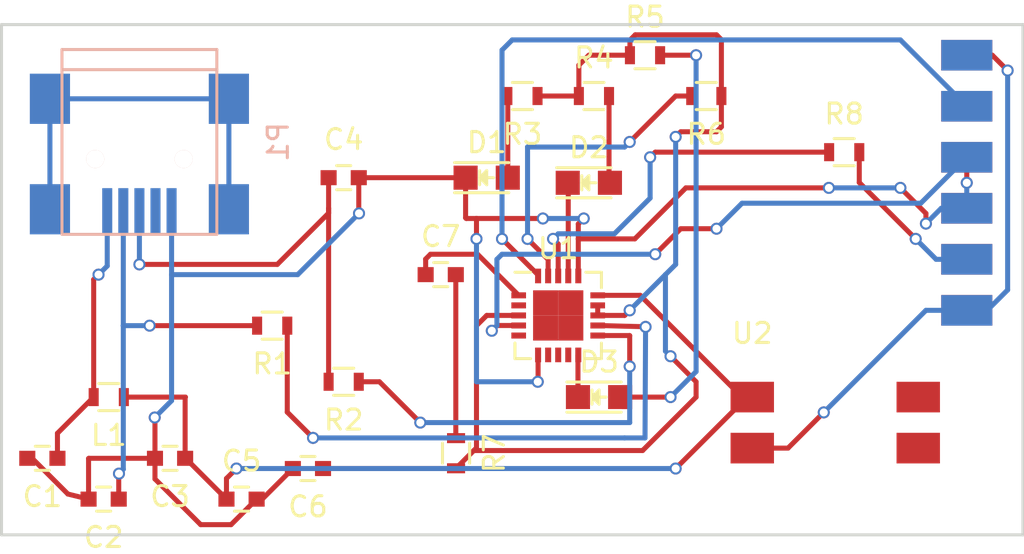
<source format=kicad_pcb>
(kicad_pcb (version 4) (host pcbnew 4.0.0-rc1-stable)

  (general
    (links 48)
    (no_connects 0)
    (area 110.3937 73.72757 164.551 102.697)
    (thickness 1.6)
    (drawings 4)
    (tracks 229)
    (zones 0)
    (modules 23)
    (nets 34)
  )

  (page A4)
  (layers
    (0 F.Cu signal)
    (31 B.Cu signal)
    (32 B.Adhes user)
    (33 F.Adhes user)
    (34 B.Paste user)
    (35 F.Paste user)
    (36 B.SilkS user)
    (37 F.SilkS user)
    (38 B.Mask user)
    (39 F.Mask user)
    (40 Dwgs.User user)
    (41 Cmts.User user)
    (42 Eco1.User user)
    (43 Eco2.User user)
    (44 Edge.Cuts user)
    (45 Margin user)
    (46 B.CrtYd user)
    (47 F.CrtYd user)
    (48 B.Fab user)
    (49 F.Fab user)
  )

  (setup
    (last_trace_width 0.25)
    (trace_clearance 0.2)
    (zone_clearance 0.508)
    (zone_45_only no)
    (trace_min 0.2)
    (segment_width 0.2)
    (edge_width 0.15)
    (via_size 0.6)
    (via_drill 0.4)
    (via_min_size 0.4)
    (via_min_drill 0.3)
    (uvia_size 0.3)
    (uvia_drill 0.1)
    (uvias_allowed no)
    (uvia_min_size 0.2)
    (uvia_min_drill 0.1)
    (pcb_text_width 0.3)
    (pcb_text_size 1.5 1.5)
    (mod_edge_width 0.15)
    (mod_text_size 1 1)
    (mod_text_width 0.15)
    (pad_size 1.524 1.524)
    (pad_drill 0.762)
    (pad_to_mask_clearance 0.2)
    (aux_axis_origin 0 0)
    (visible_elements 7FFCFF7F)
    (pcbplotparams
      (layerselection 0x00030_80000001)
      (usegerberextensions false)
      (excludeedgelayer true)
      (linewidth 0.100000)
      (plotframeref false)
      (viasonmask false)
      (mode 1)
      (useauxorigin false)
      (hpglpennumber 1)
      (hpglpenspeed 20)
      (hpglpendiameter 15)
      (hpglpenoverlay 2)
      (psnegative false)
      (psa4output false)
      (plotreference true)
      (plotvalue true)
      (plotinvisibletext false)
      (padsonsilk false)
      (subtractmaskfromsilk false)
      (outputformat 1)
      (mirror false)
      (drillshape 1)
      (scaleselection 1)
      (outputdirectory ""))
  )

  (net 0 "")
  (net 1 "Net-(C1-Pad1)")
  (net 2 GND)
  (net 3 "Net-(C2-Pad1)")
  (net 4 +5V)
  (net 5 "Net-(C4-Pad1)")
  (net 6 +3V3)
  (net 7 "Net-(C7-Pad1)")
  (net 8 /PROGRAM)
  (net 9 "Net-(D1-Pad2)")
  (net 10 "Net-(D2-Pad2)")
  (net 11 /~RXLED)
  (net 12 "Net-(D3-Pad2)")
  (net 13 /~TXLED)
  (net 14 /POWER_OUT)
  (net 15 "Net-(J1-Pad3)")
  (net 16 "Net-(J1-Pad7)")
  (net 17 "Net-(J1-Pad9)")
  (net 18 "Net-(J1-Pad11)")
  (net 19 "Net-(J1-Pad2)")
  (net 20 /TX)
  (net 21 /RX)
  (net 22 "Net-(J1-Pad10)")
  (net 23 "Net-(P1-Pad4)")
  (net 24 "Net-(P1-Pad6)")
  (net 25 "Net-(R1-Pad1)")
  (net 26 "Net-(R2-Pad1)")
  (net 27 /~SLEEP)
  (net 28 /TXDEN)
  (net 29 "Net-(U1-Pad2)")
  (net 30 "Net-(U1-Pad5)")
  (net 31 "Net-(U1-Pad7)")
  (net 32 "Net-(U1-Pad8)")
  (net 33 "Net-(U1-Pad9)")

  (net_class Default "This is the default net class."
    (clearance 0.2)
    (trace_width 0.25)
    (via_dia 0.6)
    (via_drill 0.4)
    (uvia_dia 0.3)
    (uvia_drill 0.1)
    (add_net +3V3)
    (add_net +5V)
    (add_net /POWER_OUT)
    (add_net /PROGRAM)
    (add_net /RX)
    (add_net /TX)
    (add_net /TXDEN)
    (add_net /~RXLED)
    (add_net /~SLEEP)
    (add_net /~TXLED)
    (add_net GND)
    (add_net "Net-(C1-Pad1)")
    (add_net "Net-(C2-Pad1)")
    (add_net "Net-(C4-Pad1)")
    (add_net "Net-(C7-Pad1)")
    (add_net "Net-(D1-Pad2)")
    (add_net "Net-(D2-Pad2)")
    (add_net "Net-(D3-Pad2)")
    (add_net "Net-(J1-Pad10)")
    (add_net "Net-(J1-Pad11)")
    (add_net "Net-(J1-Pad2)")
    (add_net "Net-(J1-Pad3)")
    (add_net "Net-(J1-Pad7)")
    (add_net "Net-(J1-Pad9)")
    (add_net "Net-(P1-Pad4)")
    (add_net "Net-(P1-Pad6)")
    (add_net "Net-(R1-Pad1)")
    (add_net "Net-(R2-Pad1)")
    (add_net "Net-(U1-Pad2)")
    (add_net "Net-(U1-Pad5)")
    (add_net "Net-(U1-Pad7)")
    (add_net "Net-(U1-Pad8)")
    (add_net "Net-(U1-Pad9)")
  )

  (module Capacitors_SMD:C_0603 (layer F.Cu) (tedit 5415D631) (tstamp 562BE4B7)
    (at 113.792 97.79 180)
    (descr "Capacitor SMD 0603, reflow soldering, AVX (see smccp.pdf)")
    (tags "capacitor 0603")
    (path /5622A96F)
    (attr smd)
    (fp_text reference C1 (at 0 -1.9 180) (layer F.SilkS)
      (effects (font (size 1 1) (thickness 0.15)))
    )
    (fp_text value 10nF (at 0 1.9 180) (layer F.Fab)
      (effects (font (size 1 1) (thickness 0.15)))
    )
    (fp_line (start -1.45 -0.75) (end 1.45 -0.75) (layer F.CrtYd) (width 0.05))
    (fp_line (start -1.45 0.75) (end 1.45 0.75) (layer F.CrtYd) (width 0.05))
    (fp_line (start -1.45 -0.75) (end -1.45 0.75) (layer F.CrtYd) (width 0.05))
    (fp_line (start 1.45 -0.75) (end 1.45 0.75) (layer F.CrtYd) (width 0.05))
    (fp_line (start -0.35 -0.6) (end 0.35 -0.6) (layer F.SilkS) (width 0.15))
    (fp_line (start 0.35 0.6) (end -0.35 0.6) (layer F.SilkS) (width 0.15))
    (pad 1 smd rect (at -0.75 0 180) (size 0.8 0.75) (layers F.Cu F.Paste F.Mask)
      (net 1 "Net-(C1-Pad1)"))
    (pad 2 smd rect (at 0.75 0 180) (size 0.8 0.75) (layers F.Cu F.Paste F.Mask)
      (net 2 GND))
    (model Capacitors_SMD.3dshapes/C_0603.wrl
      (at (xyz 0 0 0))
      (scale (xyz 1 1 1))
      (rotate (xyz 0 0 0))
    )
  )

  (module Capacitors_SMD:C_0603 (layer F.Cu) (tedit 5415D631) (tstamp 562BE4C3)
    (at 116.84 99.822 180)
    (descr "Capacitor SMD 0603, reflow soldering, AVX (see smccp.pdf)")
    (tags "capacitor 0603")
    (path /5622A900)
    (attr smd)
    (fp_text reference C2 (at 0 -1.9 180) (layer F.SilkS)
      (effects (font (size 1 1) (thickness 0.15)))
    )
    (fp_text value 47pF (at 0 1.9 180) (layer F.Fab)
      (effects (font (size 1 1) (thickness 0.15)))
    )
    (fp_line (start -1.45 -0.75) (end 1.45 -0.75) (layer F.CrtYd) (width 0.05))
    (fp_line (start -1.45 0.75) (end 1.45 0.75) (layer F.CrtYd) (width 0.05))
    (fp_line (start -1.45 -0.75) (end -1.45 0.75) (layer F.CrtYd) (width 0.05))
    (fp_line (start 1.45 -0.75) (end 1.45 0.75) (layer F.CrtYd) (width 0.05))
    (fp_line (start -0.35 -0.6) (end 0.35 -0.6) (layer F.SilkS) (width 0.15))
    (fp_line (start 0.35 0.6) (end -0.35 0.6) (layer F.SilkS) (width 0.15))
    (pad 1 smd rect (at -0.75 0 180) (size 0.8 0.75) (layers F.Cu F.Paste F.Mask)
      (net 3 "Net-(C2-Pad1)"))
    (pad 2 smd rect (at 0.75 0 180) (size 0.8 0.75) (layers F.Cu F.Paste F.Mask)
      (net 2 GND))
    (model Capacitors_SMD.3dshapes/C_0603.wrl
      (at (xyz 0 0 0))
      (scale (xyz 1 1 1))
      (rotate (xyz 0 0 0))
    )
  )

  (module Capacitors_SMD:C_0603 (layer F.Cu) (tedit 5415D631) (tstamp 562BE4CF)
    (at 120.142 97.79 180)
    (descr "Capacitor SMD 0603, reflow soldering, AVX (see smccp.pdf)")
    (tags "capacitor 0603")
    (path /5622A9AE)
    (attr smd)
    (fp_text reference C3 (at 0 -1.9 180) (layer F.SilkS)
      (effects (font (size 1 1) (thickness 0.15)))
    )
    (fp_text value 4.7uF (at 0 1.9 180) (layer F.Fab)
      (effects (font (size 1 1) (thickness 0.15)))
    )
    (fp_line (start -1.45 -0.75) (end 1.45 -0.75) (layer F.CrtYd) (width 0.05))
    (fp_line (start -1.45 0.75) (end 1.45 0.75) (layer F.CrtYd) (width 0.05))
    (fp_line (start -1.45 -0.75) (end -1.45 0.75) (layer F.CrtYd) (width 0.05))
    (fp_line (start 1.45 -0.75) (end 1.45 0.75) (layer F.CrtYd) (width 0.05))
    (fp_line (start -0.35 -0.6) (end 0.35 -0.6) (layer F.SilkS) (width 0.15))
    (fp_line (start 0.35 0.6) (end -0.35 0.6) (layer F.SilkS) (width 0.15))
    (pad 1 smd rect (at -0.75 0 180) (size 0.8 0.75) (layers F.Cu F.Paste F.Mask)
      (net 4 +5V))
    (pad 2 smd rect (at 0.75 0 180) (size 0.8 0.75) (layers F.Cu F.Paste F.Mask)
      (net 2 GND))
    (model Capacitors_SMD.3dshapes/C_0603.wrl
      (at (xyz 0 0 0))
      (scale (xyz 1 1 1))
      (rotate (xyz 0 0 0))
    )
  )

  (module Capacitors_SMD:C_0603 (layer F.Cu) (tedit 5415D631) (tstamp 562BE4DB)
    (at 128.778 83.82)
    (descr "Capacitor SMD 0603, reflow soldering, AVX (see smccp.pdf)")
    (tags "capacitor 0603")
    (path /5622A8B7)
    (attr smd)
    (fp_text reference C4 (at 0 -1.9) (layer F.SilkS)
      (effects (font (size 1 1) (thickness 0.15)))
    )
    (fp_text value 47pF (at 0 1.9) (layer F.Fab)
      (effects (font (size 1 1) (thickness 0.15)))
    )
    (fp_line (start -1.45 -0.75) (end 1.45 -0.75) (layer F.CrtYd) (width 0.05))
    (fp_line (start -1.45 0.75) (end 1.45 0.75) (layer F.CrtYd) (width 0.05))
    (fp_line (start -1.45 -0.75) (end -1.45 0.75) (layer F.CrtYd) (width 0.05))
    (fp_line (start 1.45 -0.75) (end 1.45 0.75) (layer F.CrtYd) (width 0.05))
    (fp_line (start -0.35 -0.6) (end 0.35 -0.6) (layer F.SilkS) (width 0.15))
    (fp_line (start 0.35 0.6) (end -0.35 0.6) (layer F.SilkS) (width 0.15))
    (pad 1 smd rect (at -0.75 0) (size 0.8 0.75) (layers F.Cu F.Paste F.Mask)
      (net 5 "Net-(C4-Pad1)"))
    (pad 2 smd rect (at 0.75 0) (size 0.8 0.75) (layers F.Cu F.Paste F.Mask)
      (net 2 GND))
    (model Capacitors_SMD.3dshapes/C_0603.wrl
      (at (xyz 0 0 0))
      (scale (xyz 1 1 1))
      (rotate (xyz 0 0 0))
    )
  )

  (module Capacitors_SMD:C_0603 (layer F.Cu) (tedit 5415D631) (tstamp 562BE4E7)
    (at 123.698 99.822)
    (descr "Capacitor SMD 0603, reflow soldering, AVX (see smccp.pdf)")
    (tags "capacitor 0603")
    (path /5622A923)
    (attr smd)
    (fp_text reference C5 (at 0 -1.9) (layer F.SilkS)
      (effects (font (size 1 1) (thickness 0.15)))
    )
    (fp_text value 0.1uF (at 0 1.9) (layer F.Fab)
      (effects (font (size 1 1) (thickness 0.15)))
    )
    (fp_line (start -1.45 -0.75) (end 1.45 -0.75) (layer F.CrtYd) (width 0.05))
    (fp_line (start -1.45 0.75) (end 1.45 0.75) (layer F.CrtYd) (width 0.05))
    (fp_line (start -1.45 -0.75) (end -1.45 0.75) (layer F.CrtYd) (width 0.05))
    (fp_line (start 1.45 -0.75) (end 1.45 0.75) (layer F.CrtYd) (width 0.05))
    (fp_line (start -0.35 -0.6) (end 0.35 -0.6) (layer F.SilkS) (width 0.15))
    (fp_line (start 0.35 0.6) (end -0.35 0.6) (layer F.SilkS) (width 0.15))
    (pad 1 smd rect (at -0.75 0) (size 0.8 0.75) (layers F.Cu F.Paste F.Mask)
      (net 4 +5V))
    (pad 2 smd rect (at 0.75 0) (size 0.8 0.75) (layers F.Cu F.Paste F.Mask)
      (net 2 GND))
    (model Capacitors_SMD.3dshapes/C_0603.wrl
      (at (xyz 0 0 0))
      (scale (xyz 1 1 1))
      (rotate (xyz 0 0 0))
    )
  )

  (module Capacitors_SMD:C_0603 (layer F.Cu) (tedit 5415D631) (tstamp 562BE4F3)
    (at 127 98.298 180)
    (descr "Capacitor SMD 0603, reflow soldering, AVX (see smccp.pdf)")
    (tags "capacitor 0603")
    (path /5622A948)
    (attr smd)
    (fp_text reference C6 (at 0 -1.9 180) (layer F.SilkS)
      (effects (font (size 1 1) (thickness 0.15)))
    )
    (fp_text value 0.1uF (at 0 1.9 180) (layer F.Fab)
      (effects (font (size 1 1) (thickness 0.15)))
    )
    (fp_line (start -1.45 -0.75) (end 1.45 -0.75) (layer F.CrtYd) (width 0.05))
    (fp_line (start -1.45 0.75) (end 1.45 0.75) (layer F.CrtYd) (width 0.05))
    (fp_line (start -1.45 -0.75) (end -1.45 0.75) (layer F.CrtYd) (width 0.05))
    (fp_line (start 1.45 -0.75) (end 1.45 0.75) (layer F.CrtYd) (width 0.05))
    (fp_line (start -0.35 -0.6) (end 0.35 -0.6) (layer F.SilkS) (width 0.15))
    (fp_line (start 0.35 0.6) (end -0.35 0.6) (layer F.SilkS) (width 0.15))
    (pad 1 smd rect (at -0.75 0 180) (size 0.8 0.75) (layers F.Cu F.Paste F.Mask)
      (net 6 +3V3))
    (pad 2 smd rect (at 0.75 0 180) (size 0.8 0.75) (layers F.Cu F.Paste F.Mask)
      (net 2 GND))
    (model Capacitors_SMD.3dshapes/C_0603.wrl
      (at (xyz 0 0 0))
      (scale (xyz 1 1 1))
      (rotate (xyz 0 0 0))
    )
  )

  (module Capacitors_SMD:C_0603 (layer F.Cu) (tedit 5415D631) (tstamp 562BE4FF)
    (at 133.604 88.646)
    (descr "Capacitor SMD 0603, reflow soldering, AVX (see smccp.pdf)")
    (tags "capacitor 0603")
    (path /5622A9EB)
    (attr smd)
    (fp_text reference C7 (at 0 -1.9) (layer F.SilkS)
      (effects (font (size 1 1) (thickness 0.15)))
    )
    (fp_text value 0.1uF (at 0 1.9) (layer F.Fab)
      (effects (font (size 1 1) (thickness 0.15)))
    )
    (fp_line (start -1.45 -0.75) (end 1.45 -0.75) (layer F.CrtYd) (width 0.05))
    (fp_line (start -1.45 0.75) (end 1.45 0.75) (layer F.CrtYd) (width 0.05))
    (fp_line (start -1.45 -0.75) (end -1.45 0.75) (layer F.CrtYd) (width 0.05))
    (fp_line (start 1.45 -0.75) (end 1.45 0.75) (layer F.CrtYd) (width 0.05))
    (fp_line (start -0.35 -0.6) (end 0.35 -0.6) (layer F.SilkS) (width 0.15))
    (fp_line (start 0.35 0.6) (end -0.35 0.6) (layer F.SilkS) (width 0.15))
    (pad 1 smd rect (at -0.75 0) (size 0.8 0.75) (layers F.Cu F.Paste F.Mask)
      (net 7 "Net-(C7-Pad1)"))
    (pad 2 smd rect (at 0.75 0) (size 0.8 0.75) (layers F.Cu F.Paste F.Mask)
      (net 8 /PROGRAM))
    (model Capacitors_SMD.3dshapes/C_0603.wrl
      (at (xyz 0 0 0))
      (scale (xyz 1 1 1))
      (rotate (xyz 0 0 0))
    )
  )

  (module LEDs:LED-0805 (layer F.Cu) (tedit 55BDE1C2) (tstamp 562BE512)
    (at 135.89 83.82)
    (descr "LED 0805 smd package")
    (tags "LED 0805 SMD")
    (path /5622AF98)
    (attr smd)
    (fp_text reference D1 (at 0 -1.75) (layer F.SilkS)
      (effects (font (size 1 1) (thickness 0.15)))
    )
    (fp_text value POW (at 0 1.75) (layer F.Fab)
      (effects (font (size 1 1) (thickness 0.15)))
    )
    (fp_line (start -1.6 0.75) (end 1.1 0.75) (layer F.SilkS) (width 0.15))
    (fp_line (start -1.6 -0.75) (end 1.1 -0.75) (layer F.SilkS) (width 0.15))
    (fp_line (start -0.1 0.15) (end -0.1 -0.1) (layer F.SilkS) (width 0.15))
    (fp_line (start -0.1 -0.1) (end -0.25 0.05) (layer F.SilkS) (width 0.15))
    (fp_line (start -0.35 -0.35) (end -0.35 0.35) (layer F.SilkS) (width 0.15))
    (fp_line (start 0 0) (end 0.35 0) (layer F.SilkS) (width 0.15))
    (fp_line (start -0.35 0) (end 0 -0.35) (layer F.SilkS) (width 0.15))
    (fp_line (start 0 -0.35) (end 0 0.35) (layer F.SilkS) (width 0.15))
    (fp_line (start 0 0.35) (end -0.35 0) (layer F.SilkS) (width 0.15))
    (fp_line (start 1.9 -0.95) (end 1.9 0.95) (layer F.CrtYd) (width 0.05))
    (fp_line (start 1.9 0.95) (end -1.9 0.95) (layer F.CrtYd) (width 0.05))
    (fp_line (start -1.9 0.95) (end -1.9 -0.95) (layer F.CrtYd) (width 0.05))
    (fp_line (start -1.9 -0.95) (end 1.9 -0.95) (layer F.CrtYd) (width 0.05))
    (pad 2 smd rect (at 1.04902 0 180) (size 1.19888 1.19888) (layers F.Cu F.Paste F.Mask)
      (net 9 "Net-(D1-Pad2)"))
    (pad 1 smd rect (at -1.04902 0 180) (size 1.19888 1.19888) (layers F.Cu F.Paste F.Mask)
      (net 2 GND))
    (model LEDs.3dshapes/LED-0805.wrl
      (at (xyz 0 0 0))
      (scale (xyz 1 1 1))
      (rotate (xyz 0 0 0))
    )
  )

  (module LEDs:LED-0805 (layer F.Cu) (tedit 55BDE1C2) (tstamp 562BE525)
    (at 140.97 84.074)
    (descr "LED 0805 smd package")
    (tags "LED 0805 SMD")
    (path /5622AFEB)
    (attr smd)
    (fp_text reference D2 (at 0 -1.75) (layer F.SilkS)
      (effects (font (size 1 1) (thickness 0.15)))
    )
    (fp_text value RX (at 0 1.75) (layer F.Fab)
      (effects (font (size 1 1) (thickness 0.15)))
    )
    (fp_line (start -1.6 0.75) (end 1.1 0.75) (layer F.SilkS) (width 0.15))
    (fp_line (start -1.6 -0.75) (end 1.1 -0.75) (layer F.SilkS) (width 0.15))
    (fp_line (start -0.1 0.15) (end -0.1 -0.1) (layer F.SilkS) (width 0.15))
    (fp_line (start -0.1 -0.1) (end -0.25 0.05) (layer F.SilkS) (width 0.15))
    (fp_line (start -0.35 -0.35) (end -0.35 0.35) (layer F.SilkS) (width 0.15))
    (fp_line (start 0 0) (end 0.35 0) (layer F.SilkS) (width 0.15))
    (fp_line (start -0.35 0) (end 0 -0.35) (layer F.SilkS) (width 0.15))
    (fp_line (start 0 -0.35) (end 0 0.35) (layer F.SilkS) (width 0.15))
    (fp_line (start 0 0.35) (end -0.35 0) (layer F.SilkS) (width 0.15))
    (fp_line (start 1.9 -0.95) (end 1.9 0.95) (layer F.CrtYd) (width 0.05))
    (fp_line (start 1.9 0.95) (end -1.9 0.95) (layer F.CrtYd) (width 0.05))
    (fp_line (start -1.9 0.95) (end -1.9 -0.95) (layer F.CrtYd) (width 0.05))
    (fp_line (start -1.9 -0.95) (end 1.9 -0.95) (layer F.CrtYd) (width 0.05))
    (pad 2 smd rect (at 1.04902 0 180) (size 1.19888 1.19888) (layers F.Cu F.Paste F.Mask)
      (net 10 "Net-(D2-Pad2)"))
    (pad 1 smd rect (at -1.04902 0 180) (size 1.19888 1.19888) (layers F.Cu F.Paste F.Mask)
      (net 11 /~RXLED))
    (model LEDs.3dshapes/LED-0805.wrl
      (at (xyz 0 0 0))
      (scale (xyz 1 1 1))
      (rotate (xyz 0 0 0))
    )
  )

  (module LEDs:LED-0805 (layer F.Cu) (tedit 55BDE1C2) (tstamp 562BE538)
    (at 141.478 94.742)
    (descr "LED 0805 smd package")
    (tags "LED 0805 SMD")
    (path /5622B06E)
    (attr smd)
    (fp_text reference D3 (at 0 -1.75) (layer F.SilkS)
      (effects (font (size 1 1) (thickness 0.15)))
    )
    (fp_text value TX (at 0 1.75) (layer F.Fab)
      (effects (font (size 1 1) (thickness 0.15)))
    )
    (fp_line (start -1.6 0.75) (end 1.1 0.75) (layer F.SilkS) (width 0.15))
    (fp_line (start -1.6 -0.75) (end 1.1 -0.75) (layer F.SilkS) (width 0.15))
    (fp_line (start -0.1 0.15) (end -0.1 -0.1) (layer F.SilkS) (width 0.15))
    (fp_line (start -0.1 -0.1) (end -0.25 0.05) (layer F.SilkS) (width 0.15))
    (fp_line (start -0.35 -0.35) (end -0.35 0.35) (layer F.SilkS) (width 0.15))
    (fp_line (start 0 0) (end 0.35 0) (layer F.SilkS) (width 0.15))
    (fp_line (start -0.35 0) (end 0 -0.35) (layer F.SilkS) (width 0.15))
    (fp_line (start 0 -0.35) (end 0 0.35) (layer F.SilkS) (width 0.15))
    (fp_line (start 0 0.35) (end -0.35 0) (layer F.SilkS) (width 0.15))
    (fp_line (start 1.9 -0.95) (end 1.9 0.95) (layer F.CrtYd) (width 0.05))
    (fp_line (start 1.9 0.95) (end -1.9 0.95) (layer F.CrtYd) (width 0.05))
    (fp_line (start -1.9 0.95) (end -1.9 -0.95) (layer F.CrtYd) (width 0.05))
    (fp_line (start -1.9 -0.95) (end 1.9 -0.95) (layer F.CrtYd) (width 0.05))
    (pad 2 smd rect (at 1.04902 0 180) (size 1.19888 1.19888) (layers F.Cu F.Paste F.Mask)
      (net 12 "Net-(D3-Pad2)"))
    (pad 1 smd rect (at -1.04902 0 180) (size 1.19888 1.19888) (layers F.Cu F.Paste F.Mask)
      (net 13 /~TXLED))
    (model LEDs.3dshapes/LED-0805.wrl
      (at (xyz 0 0 0))
      (scale (xyz 1 1 1))
      (rotate (xyz 0 0 0))
    )
  )

  (module open_robotics:modular8_rev3_edge (layer F.Cu) (tedit 560B6D0D) (tstamp 562BE548)
    (at 159.766 82.804 270)
    (path /5629AC49)
    (fp_text reference J1 (at -3.81 -3.81 270) (layer F.SilkS) hide
      (effects (font (size 1 1) (thickness 0.15)))
    )
    (fp_text value modular8_rev3_comms_out (at 1.27 -2.54 270) (layer F.Fab) hide
      (effects (font (size 1 1) (thickness 0.15)))
    )
    (pad 1 smd rect (at -5.08 0 270) (size 1.524 2.54) (layers F.Cu F.Paste F.Mask)
      (net 14 /POWER_OUT))
    (pad 3 smd rect (at -2.54 0 270) (size 1.524 2.54) (layers F.Cu F.Paste F.Mask)
      (net 15 "Net-(J1-Pad3)"))
    (pad 5 smd rect (at 0 0 270) (size 1.524 2.54) (layers F.Cu F.Paste F.Mask)
      (net 2 GND))
    (pad 7 smd rect (at 2.54 0 270) (size 1.524 2.54) (layers F.Cu F.Paste F.Mask)
      (net 16 "Net-(J1-Pad7)"))
    (pad 9 smd rect (at 5.08 0 270) (size 1.524 2.54) (layers F.Cu F.Paste F.Mask)
      (net 17 "Net-(J1-Pad9)"))
    (pad 11 smd rect (at 7.62 0 270) (size 1.524 2.54) (layers F.Cu F.Paste F.Mask)
      (net 18 "Net-(J1-Pad11)"))
    (pad 2 smd rect (at -5.08 0 270) (size 1.524 2.54) (layers B.Cu F.Paste F.Mask)
      (net 19 "Net-(J1-Pad2)"))
    (pad 4 smd rect (at -2.54 0 270) (size 1.524 2.54) (layers B.Cu F.Paste F.Mask)
      (net 20 /TX))
    (pad 6 smd rect (at 0 0 270) (size 1.524 2.54) (layers B.Cu F.Paste F.Mask)
      (net 21 /RX))
    (pad 8 smd rect (at 2.54 0 270) (size 1.524 2.54) (layers B.Cu F.Paste F.Mask)
      (net 2 GND))
    (pad 10 smd rect (at 5.08 0 270) (size 1.524 2.54) (layers B.Cu F.Paste F.Mask)
      (net 22 "Net-(J1-Pad10)"))
    (pad 12 smd rect (at 7.62 0 270) (size 1.524 2.54) (layers B.Cu F.Paste F.Mask)
      (net 14 /POWER_OUT))
  )

  (module Resistors_SMD:R_0603 (layer F.Cu) (tedit 5415CC62) (tstamp 562BE554)
    (at 117.094 94.742 180)
    (descr "Resistor SMD 0603, reflow soldering, Vishay (see dcrcw.pdf)")
    (tags "resistor 0603")
    (path /5622AEDE)
    (attr smd)
    (fp_text reference L1 (at 0 -1.9 180) (layer F.SilkS)
      (effects (font (size 1 1) (thickness 0.15)))
    )
    (fp_text value "FERRITE BEAD" (at 0 1.9 180) (layer F.Fab)
      (effects (font (size 1 1) (thickness 0.15)))
    )
    (fp_line (start -1.3 -0.8) (end 1.3 -0.8) (layer F.CrtYd) (width 0.05))
    (fp_line (start -1.3 0.8) (end 1.3 0.8) (layer F.CrtYd) (width 0.05))
    (fp_line (start -1.3 -0.8) (end -1.3 0.8) (layer F.CrtYd) (width 0.05))
    (fp_line (start 1.3 -0.8) (end 1.3 0.8) (layer F.CrtYd) (width 0.05))
    (fp_line (start 0.5 0.675) (end -0.5 0.675) (layer F.SilkS) (width 0.15))
    (fp_line (start -0.5 -0.675) (end 0.5 -0.675) (layer F.SilkS) (width 0.15))
    (pad 1 smd rect (at -0.75 0 180) (size 0.5 0.9) (layers F.Cu F.Paste F.Mask)
      (net 4 +5V))
    (pad 2 smd rect (at 0.75 0 180) (size 0.5 0.9) (layers F.Cu F.Paste F.Mask)
      (net 1 "Net-(C1-Pad1)"))
    (model Resistors_SMD.3dshapes/R_0603.wrl
      (at (xyz 0 0 0))
      (scale (xyz 1 1 1))
      (rotate (xyz 0 0 0))
    )
  )

  (module Connect:USB_Mini-B (layer B.Cu) (tedit 5543E571) (tstamp 562BE56C)
    (at 118.618 82.042 270)
    (descr "USB Mini-B 5-pin SMD connector")
    (tags "USB USB_B USB_Mini connector")
    (path /5622A78F)
    (attr smd)
    (fp_text reference P1 (at 0 -6.90118 270) (layer B.SilkS)
      (effects (font (size 1 1) (thickness 0.15)) (justify mirror))
    )
    (fp_text value USB_OTG (at 0 7.0993 270) (layer B.Fab)
      (effects (font (size 1 1) (thickness 0.15)) (justify mirror))
    )
    (fp_line (start -4.85 5.7) (end 4.85 5.7) (layer B.CrtYd) (width 0.05))
    (fp_line (start 4.85 5.7) (end 4.85 -5.7) (layer B.CrtYd) (width 0.05))
    (fp_line (start 4.85 -5.7) (end -4.85 -5.7) (layer B.CrtYd) (width 0.05))
    (fp_line (start -4.85 -5.7) (end -4.85 5.7) (layer B.CrtYd) (width 0.05))
    (fp_line (start -3.59918 3.85064) (end -3.59918 -3.85064) (layer B.SilkS) (width 0.15))
    (fp_line (start -4.59994 3.85064) (end -4.59994 -3.85064) (layer B.SilkS) (width 0.15))
    (fp_line (start -4.59994 -3.85064) (end 4.59994 -3.85064) (layer B.SilkS) (width 0.15))
    (fp_line (start 4.59994 -3.85064) (end 4.59994 3.85064) (layer B.SilkS) (width 0.15))
    (fp_line (start 4.59994 3.85064) (end -4.59994 3.85064) (layer B.SilkS) (width 0.15))
    (pad 1 smd rect (at 3.44932 1.6002 270) (size 2.30124 0.50038) (layers B.Cu B.Paste B.Mask)
      (net 1 "Net-(C1-Pad1)"))
    (pad 2 smd rect (at 3.44932 0.8001 270) (size 2.30124 0.50038) (layers B.Cu B.Paste B.Mask)
      (net 3 "Net-(C2-Pad1)"))
    (pad 3 smd rect (at 3.44932 0 270) (size 2.30124 0.50038) (layers B.Cu B.Paste B.Mask)
      (net 5 "Net-(C4-Pad1)"))
    (pad 4 smd rect (at 3.44932 -0.8001 270) (size 2.30124 0.50038) (layers B.Cu B.Paste B.Mask)
      (net 23 "Net-(P1-Pad4)"))
    (pad 5 smd rect (at 3.44932 -1.6002 270) (size 2.30124 0.50038) (layers B.Cu B.Paste B.Mask)
      (net 2 GND))
    (pad 6 smd rect (at 3.35026 4.45008 270) (size 2.49936 1.99898) (layers B.Cu B.Paste B.Mask)
      (net 24 "Net-(P1-Pad6)"))
    (pad 6 smd rect (at -2.14884 4.45008 270) (size 2.49936 1.99898) (layers B.Cu B.Paste B.Mask)
      (net 24 "Net-(P1-Pad6)"))
    (pad 6 smd rect (at 3.35026 -4.45008 270) (size 2.49936 1.99898) (layers B.Cu B.Paste B.Mask)
      (net 24 "Net-(P1-Pad6)"))
    (pad 6 smd rect (at -2.14884 -4.45008 270) (size 2.49936 1.99898) (layers B.Cu B.Paste B.Mask)
      (net 24 "Net-(P1-Pad6)"))
    (pad "" np_thru_hole circle (at 0.8509 2.19964 270) (size 0.89916 0.89916) (drill 0.89916) (layers *.Cu *.Mask B.SilkS))
    (pad "" np_thru_hole circle (at 0.8509 -2.19964 270) (size 0.89916 0.89916) (drill 0.89916) (layers *.Cu *.Mask B.SilkS))
  )

  (module Resistors_SMD:R_0603 (layer F.Cu) (tedit 5415CC62) (tstamp 562BE578)
    (at 125.222 91.186 180)
    (descr "Resistor SMD 0603, reflow soldering, Vishay (see dcrcw.pdf)")
    (tags "resistor 0603")
    (path /5622A746)
    (attr smd)
    (fp_text reference R1 (at 0 -1.9 180) (layer F.SilkS)
      (effects (font (size 1 1) (thickness 0.15)))
    )
    (fp_text value 27 (at 0 1.9 180) (layer F.Fab)
      (effects (font (size 1 1) (thickness 0.15)))
    )
    (fp_line (start -1.3 -0.8) (end 1.3 -0.8) (layer F.CrtYd) (width 0.05))
    (fp_line (start -1.3 0.8) (end 1.3 0.8) (layer F.CrtYd) (width 0.05))
    (fp_line (start -1.3 -0.8) (end -1.3 0.8) (layer F.CrtYd) (width 0.05))
    (fp_line (start 1.3 -0.8) (end 1.3 0.8) (layer F.CrtYd) (width 0.05))
    (fp_line (start 0.5 0.675) (end -0.5 0.675) (layer F.SilkS) (width 0.15))
    (fp_line (start -0.5 -0.675) (end 0.5 -0.675) (layer F.SilkS) (width 0.15))
    (pad 1 smd rect (at -0.75 0 180) (size 0.5 0.9) (layers F.Cu F.Paste F.Mask)
      (net 25 "Net-(R1-Pad1)"))
    (pad 2 smd rect (at 0.75 0 180) (size 0.5 0.9) (layers F.Cu F.Paste F.Mask)
      (net 3 "Net-(C2-Pad1)"))
    (model Resistors_SMD.3dshapes/R_0603.wrl
      (at (xyz 0 0 0))
      (scale (xyz 1 1 1))
      (rotate (xyz 0 0 0))
    )
  )

  (module Resistors_SMD:R_0603 (layer F.Cu) (tedit 5415CC62) (tstamp 562BE584)
    (at 128.778 93.98 180)
    (descr "Resistor SMD 0603, reflow soldering, Vishay (see dcrcw.pdf)")
    (tags "resistor 0603")
    (path /5622A6B9)
    (attr smd)
    (fp_text reference R2 (at 0 -1.9 180) (layer F.SilkS)
      (effects (font (size 1 1) (thickness 0.15)))
    )
    (fp_text value 27 (at 0 1.9 180) (layer F.Fab)
      (effects (font (size 1 1) (thickness 0.15)))
    )
    (fp_line (start -1.3 -0.8) (end 1.3 -0.8) (layer F.CrtYd) (width 0.05))
    (fp_line (start -1.3 0.8) (end 1.3 0.8) (layer F.CrtYd) (width 0.05))
    (fp_line (start -1.3 -0.8) (end -1.3 0.8) (layer F.CrtYd) (width 0.05))
    (fp_line (start 1.3 -0.8) (end 1.3 0.8) (layer F.CrtYd) (width 0.05))
    (fp_line (start 0.5 0.675) (end -0.5 0.675) (layer F.SilkS) (width 0.15))
    (fp_line (start -0.5 -0.675) (end 0.5 -0.675) (layer F.SilkS) (width 0.15))
    (pad 1 smd rect (at -0.75 0 180) (size 0.5 0.9) (layers F.Cu F.Paste F.Mask)
      (net 26 "Net-(R2-Pad1)"))
    (pad 2 smd rect (at 0.75 0 180) (size 0.5 0.9) (layers F.Cu F.Paste F.Mask)
      (net 5 "Net-(C4-Pad1)"))
    (model Resistors_SMD.3dshapes/R_0603.wrl
      (at (xyz 0 0 0))
      (scale (xyz 1 1 1))
      (rotate (xyz 0 0 0))
    )
  )

  (module Resistors_SMD:R_0603 (layer F.Cu) (tedit 5415CC62) (tstamp 562BE590)
    (at 137.668 79.756 180)
    (descr "Resistor SMD 0603, reflow soldering, Vishay (see dcrcw.pdf)")
    (tags "resistor 0603")
    (path /5622B3DD)
    (attr smd)
    (fp_text reference R3 (at 0 -1.9 180) (layer F.SilkS)
      (effects (font (size 1 1) (thickness 0.15)))
    )
    (fp_text value 680 (at 0 1.9 180) (layer F.Fab)
      (effects (font (size 1 1) (thickness 0.15)))
    )
    (fp_line (start -1.3 -0.8) (end 1.3 -0.8) (layer F.CrtYd) (width 0.05))
    (fp_line (start -1.3 0.8) (end 1.3 0.8) (layer F.CrtYd) (width 0.05))
    (fp_line (start -1.3 -0.8) (end -1.3 0.8) (layer F.CrtYd) (width 0.05))
    (fp_line (start 1.3 -0.8) (end 1.3 0.8) (layer F.CrtYd) (width 0.05))
    (fp_line (start 0.5 0.675) (end -0.5 0.675) (layer F.SilkS) (width 0.15))
    (fp_line (start -0.5 -0.675) (end 0.5 -0.675) (layer F.SilkS) (width 0.15))
    (pad 1 smd rect (at -0.75 0 180) (size 0.5 0.9) (layers F.Cu F.Paste F.Mask)
      (net 6 +3V3))
    (pad 2 smd rect (at 0.75 0 180) (size 0.5 0.9) (layers F.Cu F.Paste F.Mask)
      (net 9 "Net-(D1-Pad2)"))
    (model Resistors_SMD.3dshapes/R_0603.wrl
      (at (xyz 0 0 0))
      (scale (xyz 1 1 1))
      (rotate (xyz 0 0 0))
    )
  )

  (module Resistors_SMD:R_0603 (layer F.Cu) (tedit 5415CC62) (tstamp 562BE59C)
    (at 141.224 79.756)
    (descr "Resistor SMD 0603, reflow soldering, Vishay (see dcrcw.pdf)")
    (tags "resistor 0603")
    (path /5622B3E3)
    (attr smd)
    (fp_text reference R4 (at 0 -1.9) (layer F.SilkS)
      (effects (font (size 1 1) (thickness 0.15)))
    )
    (fp_text value 680 (at 0 1.9) (layer F.Fab)
      (effects (font (size 1 1) (thickness 0.15)))
    )
    (fp_line (start -1.3 -0.8) (end 1.3 -0.8) (layer F.CrtYd) (width 0.05))
    (fp_line (start -1.3 0.8) (end 1.3 0.8) (layer F.CrtYd) (width 0.05))
    (fp_line (start -1.3 -0.8) (end -1.3 0.8) (layer F.CrtYd) (width 0.05))
    (fp_line (start 1.3 -0.8) (end 1.3 0.8) (layer F.CrtYd) (width 0.05))
    (fp_line (start 0.5 0.675) (end -0.5 0.675) (layer F.SilkS) (width 0.15))
    (fp_line (start -0.5 -0.675) (end 0.5 -0.675) (layer F.SilkS) (width 0.15))
    (pad 1 smd rect (at -0.75 0) (size 0.5 0.9) (layers F.Cu F.Paste F.Mask)
      (net 6 +3V3))
    (pad 2 smd rect (at 0.75 0) (size 0.5 0.9) (layers F.Cu F.Paste F.Mask)
      (net 10 "Net-(D2-Pad2)"))
    (model Resistors_SMD.3dshapes/R_0603.wrl
      (at (xyz 0 0 0))
      (scale (xyz 1 1 1))
      (rotate (xyz 0 0 0))
    )
  )

  (module Resistors_SMD:R_0603 (layer F.Cu) (tedit 5415CC62) (tstamp 562BE5A8)
    (at 143.764 77.724)
    (descr "Resistor SMD 0603, reflow soldering, Vishay (see dcrcw.pdf)")
    (tags "resistor 0603")
    (path /5622B2D3)
    (attr smd)
    (fp_text reference R5 (at 0 -1.9) (layer F.SilkS)
      (effects (font (size 1 1) (thickness 0.15)))
    )
    (fp_text value 680 (at 0 1.9) (layer F.Fab)
      (effects (font (size 1 1) (thickness 0.15)))
    )
    (fp_line (start -1.3 -0.8) (end 1.3 -0.8) (layer F.CrtYd) (width 0.05))
    (fp_line (start -1.3 0.8) (end 1.3 0.8) (layer F.CrtYd) (width 0.05))
    (fp_line (start -1.3 -0.8) (end -1.3 0.8) (layer F.CrtYd) (width 0.05))
    (fp_line (start 1.3 -0.8) (end 1.3 0.8) (layer F.CrtYd) (width 0.05))
    (fp_line (start 0.5 0.675) (end -0.5 0.675) (layer F.SilkS) (width 0.15))
    (fp_line (start -0.5 -0.675) (end 0.5 -0.675) (layer F.SilkS) (width 0.15))
    (pad 1 smd rect (at -0.75 0) (size 0.5 0.9) (layers F.Cu F.Paste F.Mask)
      (net 6 +3V3))
    (pad 2 smd rect (at 0.75 0) (size 0.5 0.9) (layers F.Cu F.Paste F.Mask)
      (net 12 "Net-(D3-Pad2)"))
    (model Resistors_SMD.3dshapes/R_0603.wrl
      (at (xyz 0 0 0))
      (scale (xyz 1 1 1))
      (rotate (xyz 0 0 0))
    )
  )

  (module Resistors_SMD:R_0603 (layer F.Cu) (tedit 5415CC62) (tstamp 562BE5B4)
    (at 146.812 79.756 180)
    (descr "Resistor SMD 0603, reflow soldering, Vishay (see dcrcw.pdf)")
    (tags "resistor 0603")
    (path /5622B2D9)
    (attr smd)
    (fp_text reference R6 (at 0 -1.9 180) (layer F.SilkS)
      (effects (font (size 1 1) (thickness 0.15)))
    )
    (fp_text value 10k (at 0 1.9 180) (layer F.Fab)
      (effects (font (size 1 1) (thickness 0.15)))
    )
    (fp_line (start -1.3 -0.8) (end 1.3 -0.8) (layer F.CrtYd) (width 0.05))
    (fp_line (start -1.3 0.8) (end 1.3 0.8) (layer F.CrtYd) (width 0.05))
    (fp_line (start -1.3 -0.8) (end -1.3 0.8) (layer F.CrtYd) (width 0.05))
    (fp_line (start 1.3 -0.8) (end 1.3 0.8) (layer F.CrtYd) (width 0.05))
    (fp_line (start 0.5 0.675) (end -0.5 0.675) (layer F.SilkS) (width 0.15))
    (fp_line (start -0.5 -0.675) (end 0.5 -0.675) (layer F.SilkS) (width 0.15))
    (pad 1 smd rect (at -0.75 0 180) (size 0.5 0.9) (layers F.Cu F.Paste F.Mask)
      (net 6 +3V3))
    (pad 2 smd rect (at 0.75 0 180) (size 0.5 0.9) (layers F.Cu F.Paste F.Mask)
      (net 27 /~SLEEP))
    (model Resistors_SMD.3dshapes/R_0603.wrl
      (at (xyz 0 0 0))
      (scale (xyz 1 1 1))
      (rotate (xyz 0 0 0))
    )
  )

  (module Resistors_SMD:R_0603 (layer F.Cu) (tedit 5415CC62) (tstamp 562BE5C0)
    (at 134.366 97.536 270)
    (descr "Resistor SMD 0603, reflow soldering, Vishay (see dcrcw.pdf)")
    (tags "resistor 0603")
    (path /56235B1B)
    (attr smd)
    (fp_text reference R7 (at 0 -1.9 270) (layer F.SilkS)
      (effects (font (size 1 1) (thickness 0.15)))
    )
    (fp_text value 10k (at 0 1.9 270) (layer F.Fab)
      (effects (font (size 1 1) (thickness 0.15)))
    )
    (fp_line (start -1.3 -0.8) (end 1.3 -0.8) (layer F.CrtYd) (width 0.05))
    (fp_line (start -1.3 0.8) (end 1.3 0.8) (layer F.CrtYd) (width 0.05))
    (fp_line (start -1.3 -0.8) (end -1.3 0.8) (layer F.CrtYd) (width 0.05))
    (fp_line (start 1.3 -0.8) (end 1.3 0.8) (layer F.CrtYd) (width 0.05))
    (fp_line (start 0.5 0.675) (end -0.5 0.675) (layer F.SilkS) (width 0.15))
    (fp_line (start -0.5 -0.675) (end 0.5 -0.675) (layer F.SilkS) (width 0.15))
    (pad 1 smd rect (at -0.75 0 270) (size 0.5 0.9) (layers F.Cu F.Paste F.Mask)
      (net 8 /PROGRAM))
    (pad 2 smd rect (at 0.75 0 270) (size 0.5 0.9) (layers F.Cu F.Paste F.Mask)
      (net 6 +3V3))
    (model Resistors_SMD.3dshapes/R_0603.wrl
      (at (xyz 0 0 0))
      (scale (xyz 1 1 1))
      (rotate (xyz 0 0 0))
    )
  )

  (module Resistors_SMD:R_0603 (layer F.Cu) (tedit 5415CC62) (tstamp 562BE5CC)
    (at 153.67 82.55)
    (descr "Resistor SMD 0603, reflow soldering, Vishay (see dcrcw.pdf)")
    (tags "resistor 0603")
    (path /5629EF0A)
    (attr smd)
    (fp_text reference R8 (at 0 -1.9) (layer F.SilkS)
      (effects (font (size 1 1) (thickness 0.15)))
    )
    (fp_text value 10k (at 0 1.9) (layer F.Fab)
      (effects (font (size 1 1) (thickness 0.15)))
    )
    (fp_line (start -1.3 -0.8) (end 1.3 -0.8) (layer F.CrtYd) (width 0.05))
    (fp_line (start -1.3 0.8) (end 1.3 0.8) (layer F.CrtYd) (width 0.05))
    (fp_line (start -1.3 -0.8) (end -1.3 0.8) (layer F.CrtYd) (width 0.05))
    (fp_line (start 1.3 -0.8) (end 1.3 0.8) (layer F.CrtYd) (width 0.05))
    (fp_line (start 0.5 0.675) (end -0.5 0.675) (layer F.SilkS) (width 0.15))
    (fp_line (start -0.5 -0.675) (end 0.5 -0.675) (layer F.SilkS) (width 0.15))
    (pad 1 smd rect (at -0.75 0) (size 0.5 0.9) (layers F.Cu F.Paste F.Mask)
      (net 28 /TXDEN))
    (pad 2 smd rect (at 0.75 0) (size 0.5 0.9) (layers F.Cu F.Paste F.Mask)
      (net 22 "Net-(J1-Pad10)"))
    (model Resistors_SMD.3dshapes/R_0603.wrl
      (at (xyz 0 0 0))
      (scale (xyz 1 1 1))
      (rotate (xyz 0 0 0))
    )
  )

  (module Housings_DFN_QFN:QFN-20-1EP_4x4mm_Pitch0.5mm (layer F.Cu) (tedit 54130A77) (tstamp 562BE5F3)
    (at 139.446 90.678)
    (descr "20-Lead Plastic Quad Flat, No Lead Package (ML) - 4x4x0.9 mm Body [QFN]; (see Microchip Packaging Specification 00000049BS.pdf)")
    (tags "QFN 0.5")
    (path /5622A3C5)
    (attr smd)
    (fp_text reference U1 (at 0 -3.33) (layer F.SilkS)
      (effects (font (size 1 1) (thickness 0.15)))
    )
    (fp_text value FT231X (at 0 3.33) (layer F.Fab)
      (effects (font (size 1 1) (thickness 0.15)))
    )
    (fp_line (start -2.6 -2.6) (end -2.6 2.6) (layer F.CrtYd) (width 0.05))
    (fp_line (start 2.6 -2.6) (end 2.6 2.6) (layer F.CrtYd) (width 0.05))
    (fp_line (start -2.6 -2.6) (end 2.6 -2.6) (layer F.CrtYd) (width 0.05))
    (fp_line (start -2.6 2.6) (end 2.6 2.6) (layer F.CrtYd) (width 0.05))
    (fp_line (start 2.15 -2.15) (end 2.15 -1.375) (layer F.SilkS) (width 0.15))
    (fp_line (start -2.15 2.15) (end -2.15 1.375) (layer F.SilkS) (width 0.15))
    (fp_line (start 2.15 2.15) (end 2.15 1.375) (layer F.SilkS) (width 0.15))
    (fp_line (start -2.15 -2.15) (end -1.375 -2.15) (layer F.SilkS) (width 0.15))
    (fp_line (start -2.15 2.15) (end -1.375 2.15) (layer F.SilkS) (width 0.15))
    (fp_line (start 2.15 2.15) (end 1.375 2.15) (layer F.SilkS) (width 0.15))
    (fp_line (start 2.15 -2.15) (end 1.375 -2.15) (layer F.SilkS) (width 0.15))
    (pad 1 smd rect (at -1.965 -1) (size 0.73 0.3) (layers F.Cu F.Paste F.Mask)
      (net 7 "Net-(C7-Pad1)"))
    (pad 2 smd rect (at -1.965 -0.5) (size 0.73 0.3) (layers F.Cu F.Paste F.Mask)
      (net 29 "Net-(U1-Pad2)"))
    (pad 3 smd rect (at -1.965 0) (size 0.73 0.3) (layers F.Cu F.Paste F.Mask)
      (net 6 +3V3))
    (pad 4 smd rect (at -1.965 0.5) (size 0.73 0.3) (layers F.Cu F.Paste F.Mask)
      (net 21 /RX))
    (pad 5 smd rect (at -1.965 1) (size 0.73 0.3) (layers F.Cu F.Paste F.Mask)
      (net 30 "Net-(U1-Pad5)"))
    (pad 6 smd rect (at -1 1.965 90) (size 0.73 0.3) (layers F.Cu F.Paste F.Mask)
      (net 2 GND))
    (pad 7 smd rect (at -0.5 1.965 90) (size 0.73 0.3) (layers F.Cu F.Paste F.Mask)
      (net 31 "Net-(U1-Pad7)"))
    (pad 8 smd rect (at 0 1.965 90) (size 0.73 0.3) (layers F.Cu F.Paste F.Mask)
      (net 32 "Net-(U1-Pad8)"))
    (pad 9 smd rect (at 0.5 1.965 90) (size 0.73 0.3) (layers F.Cu F.Paste F.Mask)
      (net 33 "Net-(U1-Pad9)"))
    (pad 10 smd rect (at 1 1.965 90) (size 0.73 0.3) (layers F.Cu F.Paste F.Mask)
      (net 13 /~TXLED))
    (pad 11 smd rect (at 1.965 1) (size 0.73 0.3) (layers F.Cu F.Paste F.Mask)
      (net 26 "Net-(R2-Pad1)"))
    (pad 12 smd rect (at 1.965 0.5) (size 0.73 0.3) (layers F.Cu F.Paste F.Mask)
      (net 25 "Net-(R1-Pad1)"))
    (pad 13 smd rect (at 1.965 0) (size 0.73 0.3) (layers F.Cu F.Paste F.Mask)
      (net 6 +3V3))
    (pad 14 smd rect (at 1.965 -0.5) (size 0.73 0.3) (layers F.Cu F.Paste F.Mask)
      (net 6 +3V3))
    (pad 15 smd rect (at 1.965 -1) (size 0.73 0.3) (layers F.Cu F.Paste F.Mask)
      (net 4 +5V))
    (pad 16 smd rect (at 1 -1.965 90) (size 0.73 0.3) (layers F.Cu F.Paste F.Mask)
      (net 2 GND))
    (pad 17 smd rect (at 0.5 -1.965 90) (size 0.73 0.3) (layers F.Cu F.Paste F.Mask)
      (net 11 /~RXLED))
    (pad 18 smd rect (at 0 -1.965 90) (size 0.73 0.3) (layers F.Cu F.Paste F.Mask)
      (net 28 /TXDEN))
    (pad 19 smd rect (at -0.5 -1.965 90) (size 0.73 0.3) (layers F.Cu F.Paste F.Mask)
      (net 27 /~SLEEP))
    (pad 20 smd rect (at -1 -1.965 90) (size 0.73 0.3) (layers F.Cu F.Paste F.Mask)
      (net 20 /TX))
    (pad 21 smd rect (at 0.625 0.625) (size 1.25 1.25) (layers F.Cu F.Paste F.Mask)
      (solder_paste_margin_ratio -0.2))
    (pad 21 smd rect (at 0.625 -0.625) (size 1.25 1.25) (layers F.Cu F.Paste F.Mask)
      (solder_paste_margin_ratio -0.2))
    (pad 21 smd rect (at -0.625 0.625) (size 1.25 1.25) (layers F.Cu F.Paste F.Mask)
      (solder_paste_margin_ratio -0.2))
    (pad 21 smd rect (at -0.625 -0.625) (size 1.25 1.25) (layers F.Cu F.Paste F.Mask)
      (solder_paste_margin_ratio -0.2))
    (model Housings_DFN_QFN.3dshapes/QFN-20-1EP_4x4mm_Pitch0.5mm.wrl
      (at (xyz 0 0 0))
      (scale (xyz 1 1 1))
      (rotate (xyz 0 0 0))
    )
  )

  (module open_robotics:DIPSWITCH_SMT_ALCO_2CCT (layer F.Cu) (tedit 5629BD53) (tstamp 562BE5FF)
    (at 149.098 94.742)
    (path /5629AB3C)
    (fp_text reference U2 (at 0 -3.175) (layer F.SilkS)
      (effects (font (size 1 1) (thickness 0.15)))
    )
    (fp_text value TE_1825058-1 (at 7.62 -4.445) (layer F.Fab)
      (effects (font (size 1 1) (thickness 0.15)))
    )
    (fp_line (start 10.16 -2.54) (end -1.905 -2.54) (layer F.CrtYd) (width 0.15))
    (fp_line (start 10.16 5.08) (end 10.16 -2.54) (layer F.CrtYd) (width 0.15))
    (fp_line (start -1.905 5.08) (end 10.16 5.08) (layer F.CrtYd) (width 0.15))
    (fp_line (start -1.905 -2.54) (end -1.905 5.08) (layer F.CrtYd) (width 0.15))
    (pad 1 smd rect (at 0 0) (size 2.159 1.524) (layers F.Cu F.Paste F.Mask)
      (net 4 +5V))
    (pad 2 smd rect (at 0 2.54) (size 2.159 1.524) (layers F.Cu F.Paste F.Mask)
      (net 14 /POWER_OUT))
    (pad 3 smd rect (at 8.255 2.54) (size 2.159 1.524) (layers F.Cu F.Paste F.Mask))
    (pad 4 smd rect (at 8.255 0) (size 2.159 1.524) (layers F.Cu F.Paste F.Mask))
  )

  (gr_line (start 162.56 76.2) (end 111.76 76.2) (angle 90) (layer Edge.Cuts) (width 0.15))
  (gr_line (start 162.56 101.6) (end 162.56 76.2) (angle 90) (layer Edge.Cuts) (width 0.15))
  (gr_line (start 111.76 101.6) (end 162.56 101.6) (angle 90) (layer Edge.Cuts) (width 0.15))
  (gr_line (start 111.76 76.2) (end 111.76 101.6) (angle 90) (layer Edge.Cuts) (width 0.15))

  (segment (start 116.344 94.742) (end 116.344 88.888) (width 0.25) (layer F.Cu) (net 1))
  (segment (start 117.0178 88.2142) (end 117.0178 85.49132) (width 0.25) (layer B.Cu) (net 1) (tstamp 562CFE3C))
  (segment (start 116.586 88.646) (end 117.0178 88.2142) (width 0.25) (layer B.Cu) (net 1) (tstamp 562CFE3B))
  (via (at 116.586 88.646) (size 0.6) (drill 0.4) (layers F.Cu B.Cu) (net 1))
  (segment (start 116.344 88.888) (end 116.586 88.646) (width 0.25) (layer F.Cu) (net 1) (tstamp 562CFE39))
  (segment (start 114.542 97.79) (end 114.542 96.544) (width 0.25) (layer F.Cu) (net 1))
  (segment (start 114.542 96.544) (end 116.344 94.742) (width 0.25) (layer F.Cu) (net 1) (tstamp 562CFE33))
  (segment (start 135.382 85.852) (end 135.382 86.868) (width 0.25) (layer F.Cu) (net 2))
  (segment (start 138.446 93.964) (end 138.446 92.643) (width 0.25) (layer F.Cu) (net 2) (tstamp 562D073E))
  (segment (start 138.43 93.98) (end 138.446 93.964) (width 0.25) (layer F.Cu) (net 2) (tstamp 562D073D))
  (via (at 138.43 93.98) (size 0.6) (drill 0.4) (layers F.Cu B.Cu) (net 2))
  (segment (start 135.382 93.98) (end 138.43 93.98) (width 0.25) (layer B.Cu) (net 2) (tstamp 562D073A))
  (segment (start 135.382 86.868) (end 135.382 93.98) (width 0.25) (layer B.Cu) (net 2) (tstamp 562D0739))
  (via (at 135.382 86.868) (size 0.6) (drill 0.4) (layers F.Cu B.Cu) (net 2))
  (segment (start 140.446 86.868) (end 143.256 86.868) (width 0.25) (layer F.Cu) (net 2))
  (segment (start 157.734 86.106) (end 158.496 85.344) (width 0.25) (layer B.Cu) (net 2) (tstamp 562D0638))
  (via (at 157.734 86.106) (size 0.6) (drill 0.4) (layers F.Cu B.Cu) (net 2))
  (segment (start 157.734 85.598) (end 157.734 86.106) (width 0.25) (layer F.Cu) (net 2) (tstamp 562D0636))
  (segment (start 156.464 84.328) (end 157.734 85.598) (width 0.25) (layer F.Cu) (net 2) (tstamp 562D0635))
  (via (at 156.464 84.328) (size 0.6) (drill 0.4) (layers F.Cu B.Cu) (net 2))
  (segment (start 152.908 84.328) (end 156.464 84.328) (width 0.25) (layer B.Cu) (net 2) (tstamp 562D0632))
  (via (at 152.908 84.328) (size 0.6) (drill 0.4) (layers F.Cu B.Cu) (net 2))
  (segment (start 145.796 84.328) (end 152.908 84.328) (width 0.25) (layer F.Cu) (net 2) (tstamp 562D061D))
  (segment (start 143.256 86.868) (end 145.796 84.328) (width 0.25) (layer F.Cu) (net 2) (tstamp 562D0617))
  (segment (start 158.496 85.344) (end 159.766 85.344) (width 0.25) (layer B.Cu) (net 2) (tstamp 562D0639))
  (segment (start 159.766 82.804) (end 159.766 84.074) (width 0.25) (layer F.Cu) (net 2))
  (segment (start 159.766 84.074) (end 159.766 85.344) (width 0.25) (layer B.Cu) (net 2) (tstamp 562D0465))
  (via (at 159.766 84.074) (size 0.6) (drill 0.4) (layers F.Cu B.Cu) (net 2))
  (segment (start 120.2182 88.646) (end 126.492 88.646) (width 0.25) (layer B.Cu) (net 2))
  (segment (start 129.528 85.586) (end 129.528 83.82) (width 0.25) (layer F.Cu) (net 2) (tstamp 562D0195))
  (segment (start 129.54 85.598) (end 129.528 85.586) (width 0.25) (layer F.Cu) (net 2) (tstamp 562D0194))
  (via (at 129.54 85.598) (size 0.6) (drill 0.4) (layers F.Cu B.Cu) (net 2))
  (segment (start 126.492 88.646) (end 129.54 85.598) (width 0.25) (layer B.Cu) (net 2) (tstamp 562D0191))
  (segment (start 140.446 88.713) (end 140.446 86.868) (width 0.25) (layer F.Cu) (net 2))
  (segment (start 140.446 86.868) (end 140.446 86.122) (width 0.25) (layer F.Cu) (net 2) (tstamp 562D0615))
  (segment (start 134.84098 85.81898) (end 134.84098 83.82) (width 0.25) (layer F.Cu) (net 2) (tstamp 562CFF2B))
  (segment (start 134.874 85.852) (end 134.84098 85.81898) (width 0.25) (layer F.Cu) (net 2) (tstamp 562CFF26))
  (segment (start 138.684 85.852) (end 135.382 85.852) (width 0.25) (layer F.Cu) (net 2) (tstamp 562CFF25))
  (segment (start 135.382 85.852) (end 134.874 85.852) (width 0.25) (layer F.Cu) (net 2) (tstamp 562D0734))
  (via (at 138.684 85.852) (size 0.6) (drill 0.4) (layers F.Cu B.Cu) (net 2))
  (segment (start 140.716 85.852) (end 138.684 85.852) (width 0.25) (layer B.Cu) (net 2) (tstamp 562CFF20))
  (via (at 140.716 85.852) (size 0.6) (drill 0.4) (layers F.Cu B.Cu) (net 2))
  (segment (start 140.446 86.122) (end 140.716 85.852) (width 0.25) (layer F.Cu) (net 2) (tstamp 562CFF1D))
  (segment (start 119.392 97.79) (end 119.392 95.77) (width 0.25) (layer F.Cu) (net 2))
  (segment (start 120.2182 94.9198) (end 120.2182 88.646) (width 0.25) (layer B.Cu) (net 2) (tstamp 562CFE65))
  (segment (start 120.2182 88.646) (end 120.2182 85.49132) (width 0.25) (layer B.Cu) (net 2) (tstamp 562D018F))
  (segment (start 119.38 95.758) (end 120.2182 94.9198) (width 0.25) (layer B.Cu) (net 2) (tstamp 562CFE64))
  (via (at 119.38 95.758) (size 0.6) (drill 0.4) (layers F.Cu B.Cu) (net 2))
  (segment (start 119.392 95.77) (end 119.38 95.758) (width 0.25) (layer F.Cu) (net 2) (tstamp 562CFE62))
  (segment (start 116.09 99.822) (end 116.09 97.802) (width 0.25) (layer F.Cu) (net 2))
  (segment (start 116.102 97.79) (end 119.392 97.79) (width 0.25) (layer F.Cu) (net 2) (tstamp 562CFE52))
  (segment (start 116.09 97.802) (end 116.102 97.79) (width 0.25) (layer F.Cu) (net 2) (tstamp 562CFE51))
  (segment (start 119.392 97.79) (end 119.392 98.818) (width 0.25) (layer F.Cu) (net 2))
  (segment (start 119.392 98.818) (end 121.666 101.092) (width 0.25) (layer F.Cu) (net 2) (tstamp 562CFAE0))
  (segment (start 121.666 101.092) (end 123.178 101.092) (width 0.25) (layer F.Cu) (net 2) (tstamp 562CFAE4))
  (segment (start 123.178 101.092) (end 124.448 99.822) (width 0.25) (layer F.Cu) (net 2) (tstamp 562CFAE6))
  (segment (start 129.528 83.82) (end 134.84098 83.82) (width 0.25) (layer F.Cu) (net 2))
  (segment (start 116.09 99.822) (end 116.332 99.822) (width 0.25) (layer F.Cu) (net 2) (status 30))
  (segment (start 124.448 99.822) (end 124.726 99.822) (width 0.25) (layer F.Cu) (net 2))
  (segment (start 124.726 99.822) (end 126.25 98.298) (width 0.25) (layer F.Cu) (net 2) (tstamp 562CFA34))
  (segment (start 113.042 97.79) (end 113.284 97.79) (width 0.25) (layer F.Cu) (net 2))
  (segment (start 113.284 97.79) (end 115.062 99.568) (width 0.25) (layer F.Cu) (net 2) (tstamp 562CF8B6))
  (segment (start 115.062 99.568) (end 116.09 99.822) (width 0.25) (layer F.Cu) (net 2) (tstamp 562CF8C3) (status 20))
  (segment (start 124.472 91.186) (end 119.126 91.186) (width 0.25) (layer F.Cu) (net 3))
  (segment (start 119.126 91.186) (end 117.8179 91.186) (width 0.25) (layer B.Cu) (net 3) (tstamp 562D0180))
  (via (at 119.126 91.186) (size 0.6) (drill 0.4) (layers F.Cu B.Cu) (net 3))
  (segment (start 117.8179 91.186) (end 117.856 91.186) (width 0.25) (layer B.Cu) (net 3) (tstamp 562D0181))
  (segment (start 117.856 91.186) (end 117.8179 91.186) (width 0.25) (layer B.Cu) (net 3) (tstamp 562D0183))
  (segment (start 117.59 99.822) (end 117.59 98.564) (width 0.25) (layer F.Cu) (net 3))
  (segment (start 117.8179 98.3361) (end 117.8179 91.186) (width 0.25) (layer B.Cu) (net 3) (tstamp 562CFE58))
  (segment (start 117.8179 91.186) (end 117.8179 85.49132) (width 0.25) (layer B.Cu) (net 3) (tstamp 562D0184))
  (segment (start 117.602 98.552) (end 117.8179 98.3361) (width 0.25) (layer B.Cu) (net 3) (tstamp 562CFE57))
  (via (at 117.602 98.552) (size 0.6) (drill 0.4) (layers F.Cu B.Cu) (net 3))
  (segment (start 117.59 98.564) (end 117.602 98.552) (width 0.25) (layer F.Cu) (net 3) (tstamp 562CFE55))
  (segment (start 122.948 99.822) (end 122.948 98.794) (width 0.25) (layer F.Cu) (net 4))
  (segment (start 145.288 98.298) (end 148.844 94.742) (width 0.25) (layer F.Cu) (net 4) (tstamp 562D023E))
  (via (at 145.288 98.298) (size 0.6) (drill 0.4) (layers F.Cu B.Cu) (net 4))
  (segment (start 123.444 98.298) (end 145.288 98.298) (width 0.25) (layer B.Cu) (net 4) (tstamp 562D0239))
  (via (at 123.444 98.298) (size 0.6) (drill 0.4) (layers F.Cu B.Cu) (net 4))
  (segment (start 122.948 98.794) (end 123.444 98.298) (width 0.25) (layer F.Cu) (net 4) (tstamp 562D0234))
  (segment (start 148.844 94.742) (end 149.098 94.742) (width 0.25) (layer F.Cu) (net 4) (tstamp 562D023F))
  (segment (start 141.411 89.678) (end 143.526 89.678) (width 0.25) (layer F.Cu) (net 4))
  (segment (start 143.526 89.678) (end 148.59 94.742) (width 0.25) (layer F.Cu) (net 4) (tstamp 562CFE8B))
  (segment (start 148.59 94.742) (end 149.098 94.742) (width 0.25) (layer F.Cu) (net 4) (tstamp 562CFE8C))
  (segment (start 117.844 94.742) (end 120.904 94.742) (width 0.25) (layer F.Cu) (net 4))
  (segment (start 120.892 94.754) (end 120.892 97.79) (width 0.25) (layer F.Cu) (net 4) (tstamp 562CFE5F))
  (segment (start 120.904 94.742) (end 120.892 94.754) (width 0.25) (layer F.Cu) (net 4) (tstamp 562CFE5E))
  (segment (start 120.892 97.79) (end 120.916 97.79) (width 0.25) (layer F.Cu) (net 4))
  (segment (start 120.916 97.79) (end 122.948 99.822) (width 0.25) (layer F.Cu) (net 4) (tstamp 562CFA41))
  (segment (start 128.028 85.344) (end 128.028 85.586) (width 0.25) (layer F.Cu) (net 5))
  (segment (start 118.618 88.138) (end 118.618 85.49132) (width 0.25) (layer B.Cu) (net 5) (tstamp 562D01BA))
  (via (at 118.618 88.138) (size 0.6) (drill 0.4) (layers F.Cu B.Cu) (net 5))
  (segment (start 125.476 88.138) (end 118.618 88.138) (width 0.25) (layer F.Cu) (net 5) (tstamp 562D01B4))
  (segment (start 128.028 85.586) (end 125.476 88.138) (width 0.25) (layer F.Cu) (net 5) (tstamp 562D01B3))
  (segment (start 128.028 83.82) (end 128.028 85.344) (width 0.25) (layer F.Cu) (net 5))
  (segment (start 128.028 85.344) (end 128.028 93.98) (width 0.25) (layer F.Cu) (net 5) (tstamp 562D01B1))
  (segment (start 135.249 97.403) (end 143.643 97.403) (width 0.25) (layer F.Cu) (net 6))
  (segment (start 144.78 92.456) (end 144.78 88.646) (width 0.25) (layer B.Cu) (net 6) (tstamp 562D06F2))
  (segment (start 145.034 92.71) (end 144.78 92.456) (width 0.25) (layer B.Cu) (net 6) (tstamp 562D06F1))
  (via (at 145.034 92.71) (size 0.6) (drill 0.4) (layers F.Cu B.Cu) (net 6))
  (segment (start 146.304 93.98) (end 145.034 92.71) (width 0.25) (layer F.Cu) (net 6) (tstamp 562D06EC))
  (segment (start 146.304 94.742) (end 146.304 93.98) (width 0.25) (layer F.Cu) (net 6) (tstamp 562D06E6))
  (segment (start 143.643 97.403) (end 146.304 94.742) (width 0.25) (layer F.Cu) (net 6) (tstamp 562D06DF))
  (segment (start 141.411 90.178) (end 141.411 90.678) (width 0.25) (layer F.Cu) (net 6))
  (segment (start 141.411 90.678) (end 142.748 90.678) (width 0.25) (layer F.Cu) (net 6))
  (segment (start 142.748 90.678) (end 143.002 90.424) (width 0.25) (layer F.Cu) (net 6) (tstamp 562D01F6))
  (via (at 143.002 90.424) (size 0.6) (drill 0.4) (layers F.Cu B.Cu) (net 6))
  (segment (start 143.002 90.424) (end 144.78 88.646) (width 0.25) (layer B.Cu) (net 6) (tstamp 562D01FA))
  (segment (start 147.562 81.292) (end 147.562 79.756) (width 0.25) (layer F.Cu) (net 6) (tstamp 562D0204))
  (segment (start 144.78 88.646) (end 145.288 88.138) (width 0.25) (layer B.Cu) (net 6) (tstamp 562D06F5))
  (segment (start 145.288 88.138) (end 145.288 81.788) (width 0.25) (layer B.Cu) (net 6) (tstamp 562D01FB))
  (via (at 145.288 81.788) (size 0.6) (drill 0.4) (layers F.Cu B.Cu) (net 6))
  (segment (start 145.288 81.788) (end 145.542 81.534) (width 0.25) (layer F.Cu) (net 6) (tstamp 562D0200))
  (segment (start 145.542 81.534) (end 147.32 81.534) (width 0.25) (layer F.Cu) (net 6) (tstamp 562D0201))
  (segment (start 147.32 81.534) (end 147.562 81.292) (width 0.25) (layer F.Cu) (net 6) (tstamp 562D0202))
  (segment (start 143.014 77.724) (end 143.014 76.974) (width 0.25) (layer F.Cu) (net 6))
  (segment (start 147.562 76.95) (end 147.562 79.756) (width 0.25) (layer F.Cu) (net 6) (tstamp 562CFF6E))
  (segment (start 147.32 76.708) (end 147.562 76.95) (width 0.25) (layer F.Cu) (net 6) (tstamp 562CFF6D))
  (segment (start 143.28 76.708) (end 147.32 76.708) (width 0.25) (layer F.Cu) (net 6) (tstamp 562CFF69))
  (segment (start 143.014 76.974) (end 143.28 76.708) (width 0.25) (layer F.Cu) (net 6) (tstamp 562CFF66))
  (segment (start 143.014 77.724) (end 140.97 77.724) (width 0.25) (layer F.Cu) (net 6))
  (segment (start 140.474 78.22) (end 140.474 79.756) (width 0.25) (layer F.Cu) (net 6) (tstamp 562CFF4E))
  (segment (start 140.97 77.724) (end 140.474 78.22) (width 0.25) (layer F.Cu) (net 6) (tstamp 562CFF4A))
  (segment (start 138.418 79.756) (end 140.474 79.756) (width 0.25) (layer F.Cu) (net 6))
  (segment (start 137.481 90.678) (end 135.89 90.678) (width 0.25) (layer F.Cu) (net 6))
  (segment (start 135.382 97.27) (end 135.249 97.403) (width 0.25) (layer F.Cu) (net 6) (tstamp 562CF98D))
  (segment (start 135.249 97.403) (end 134.366 98.286) (width 0.25) (layer F.Cu) (net 6) (tstamp 562D06DD))
  (segment (start 135.382 91.186) (end 135.382 97.27) (width 0.25) (layer F.Cu) (net 6) (tstamp 562CF98C))
  (segment (start 135.89 90.678) (end 135.382 91.186) (width 0.25) (layer F.Cu) (net 6) (tstamp 562CF98B))
  (segment (start 127.75 98.298) (end 134.354 98.298) (width 0.25) (layer F.Cu) (net 6))
  (segment (start 134.354 98.298) (end 134.366 98.286) (width 0.25) (layer F.Cu) (net 6) (tstamp 562CF97C))
  (segment (start 132.854 88.646) (end 132.854 87.872) (width 0.25) (layer F.Cu) (net 7))
  (segment (start 135.433 87.63) (end 137.481 89.678) (width 0.25) (layer F.Cu) (net 7) (tstamp 562CF993))
  (segment (start 133.096 87.63) (end 135.433 87.63) (width 0.25) (layer F.Cu) (net 7) (tstamp 562CF992))
  (segment (start 132.854 87.872) (end 133.096 87.63) (width 0.25) (layer F.Cu) (net 7) (tstamp 562CF991))
  (segment (start 134.354 88.646) (end 134.354 96.774) (width 0.25) (layer F.Cu) (net 8))
  (segment (start 134.354 96.774) (end 134.366 96.786) (width 0.25) (layer F.Cu) (net 8) (tstamp 562CF997))
  (segment (start 136.93902 83.82) (end 136.93902 79.77702) (width 0.25) (layer F.Cu) (net 9))
  (segment (start 136.93902 79.77702) (end 136.918 79.756) (width 0.25) (layer F.Cu) (net 9) (tstamp 562CFA30))
  (segment (start 141.974 79.756) (end 141.974 84.02898) (width 0.25) (layer F.Cu) (net 10))
  (segment (start 141.974 84.02898) (end 142.01902 84.074) (width 0.25) (layer F.Cu) (net 10) (tstamp 562CFA10))
  (segment (start 139.946 88.713) (end 139.946 84.09902) (width 0.25) (layer F.Cu) (net 11))
  (segment (start 139.946 84.09902) (end 139.92098 84.074) (width 0.25) (layer F.Cu) (net 11) (tstamp 562CFF16))
  (segment (start 142.52702 94.742) (end 145.034 94.742) (width 0.25) (layer F.Cu) (net 12))
  (segment (start 146.304 77.724) (end 144.514 77.724) (width 0.25) (layer F.Cu) (net 12) (tstamp 562CFA66))
  (via (at 146.304 77.724) (size 0.6) (drill 0.4) (layers F.Cu B.Cu) (net 12))
  (segment (start 146.304 93.472) (end 146.304 77.724) (width 0.25) (layer B.Cu) (net 12) (tstamp 562CFA63))
  (segment (start 145.034 94.742) (end 146.304 93.472) (width 0.25) (layer B.Cu) (net 12) (tstamp 562CFA62))
  (via (at 145.034 94.742) (size 0.6) (drill 0.4) (layers F.Cu B.Cu) (net 12))
  (segment (start 140.42898 94.742) (end 140.42898 92.66002) (width 0.25) (layer F.Cu) (net 13))
  (segment (start 140.42898 92.66002) (end 140.446 92.643) (width 0.25) (layer F.Cu) (net 13) (tstamp 562CF9CD))
  (segment (start 159.766 90.424) (end 160.782 90.424) (width 0.25) (layer B.Cu) (net 14))
  (segment (start 160.782 90.424) (end 161.798 89.408) (width 0.25) (layer B.Cu) (net 14) (tstamp 562D02E1))
  (segment (start 161.798 78.486) (end 161.036 77.724) (width 0.25) (layer F.Cu) (net 14) (tstamp 562D02E7))
  (via (at 161.798 78.486) (size 0.6) (drill 0.4) (layers F.Cu B.Cu) (net 14))
  (segment (start 161.798 89.408) (end 161.798 78.486) (width 0.25) (layer B.Cu) (net 14) (tstamp 562D02E4))
  (segment (start 161.036 77.724) (end 159.766 77.724) (width 0.25) (layer F.Cu) (net 14) (tstamp 562D02E8))
  (segment (start 159.766 90.424) (end 157.734 90.424) (width 0.25) (layer B.Cu) (net 14) (status 10))
  (segment (start 150.876 97.282) (end 149.098 97.282) (width 0.25) (layer F.Cu) (net 14) (tstamp 562C7CF6) (status 20))
  (segment (start 152.654 95.504) (end 150.876 97.282) (width 0.25) (layer F.Cu) (net 14) (tstamp 562C7CF5))
  (via (at 152.654 95.504) (size 0.6) (drill 0.4) (layers F.Cu B.Cu) (net 14))
  (segment (start 157.734 90.424) (end 152.654 95.504) (width 0.25) (layer B.Cu) (net 14) (tstamp 562C7CED))
  (segment (start 138.446 88.713) (end 138.446 88.662) (width 0.25) (layer F.Cu) (net 20))
  (segment (start 138.446 88.662) (end 136.652 86.868) (width 0.25) (layer F.Cu) (net 20) (tstamp 562D0804))
  (via (at 136.652 86.868) (size 0.6) (drill 0.4) (layers F.Cu B.Cu) (net 20))
  (segment (start 136.652 86.868) (end 136.652 77.47) (width 0.25) (layer B.Cu) (net 20) (tstamp 562D0806))
  (segment (start 136.652 77.47) (end 137.16 76.962) (width 0.25) (layer B.Cu) (net 20) (tstamp 562D0807))
  (segment (start 137.16 76.962) (end 156.464 76.962) (width 0.25) (layer B.Cu) (net 20) (tstamp 562D0808))
  (segment (start 156.464 76.962) (end 159.766 80.264) (width 0.25) (layer B.Cu) (net 20) (tstamp 562D080B))
  (segment (start 137.481 91.178) (end 136.406 91.178) (width 0.25) (layer F.Cu) (net 21))
  (segment (start 157.48 85.09) (end 159.766 82.804) (width 0.25) (layer B.Cu) (net 21) (tstamp 562D059A))
  (segment (start 148.59 85.09) (end 157.48 85.09) (width 0.25) (layer B.Cu) (net 21) (tstamp 562D0593))
  (segment (start 147.32 86.36) (end 148.59 85.09) (width 0.25) (layer B.Cu) (net 21) (tstamp 562D0592))
  (via (at 147.32 86.36) (size 0.6) (drill 0.4) (layers F.Cu B.Cu) (net 21))
  (segment (start 145.542 86.36) (end 147.32 86.36) (width 0.25) (layer F.Cu) (net 21) (tstamp 562D058A))
  (segment (start 144.272 87.63) (end 145.542 86.36) (width 0.25) (layer F.Cu) (net 21) (tstamp 562D0589))
  (via (at 144.272 87.63) (size 0.6) (drill 0.4) (layers F.Cu B.Cu) (net 21))
  (segment (start 136.652 87.63) (end 144.272 87.63) (width 0.25) (layer B.Cu) (net 21) (tstamp 562D057D))
  (segment (start 136.398 87.884) (end 136.652 87.63) (width 0.25) (layer B.Cu) (net 21) (tstamp 562D057A))
  (segment (start 136.398 91.186) (end 136.398 87.884) (width 0.25) (layer B.Cu) (net 21) (tstamp 562D0577))
  (segment (start 136.144 91.44) (end 136.398 91.186) (width 0.25) (layer B.Cu) (net 21) (tstamp 562D0576))
  (via (at 136.144 91.44) (size 0.6) (drill 0.4) (layers F.Cu B.Cu) (net 21))
  (segment (start 136.406 91.178) (end 136.144 91.44) (width 0.25) (layer F.Cu) (net 21) (tstamp 562D0571))
  (segment (start 157.226 86.868) (end 158.242 87.884) (width 0.25) (layer B.Cu) (net 22) (tstamp 562C7F5E))
  (via (at 157.226 86.868) (size 0.6) (drill 0.4) (layers F.Cu B.Cu) (net 22))
  (segment (start 154.42 84.062) (end 157.226 86.868) (width 0.25) (layer F.Cu) (net 22) (tstamp 562C7F57))
  (segment (start 154.42 82.55) (end 154.42 84.062) (width 0.25) (layer F.Cu) (net 22))
  (segment (start 158.242 87.884) (end 159.766 87.884) (width 0.25) (layer B.Cu) (net 22) (tstamp 562C7F5F) (status 20))
  (segment (start 123.06808 79.89316) (end 123.06808 85.39226) (width 0.25) (layer B.Cu) (net 24))
  (segment (start 114.16792 79.89316) (end 123.06808 79.89316) (width 0.25) (layer B.Cu) (net 24))
  (segment (start 114.16792 85.39226) (end 114.16792 79.89316) (width 0.25) (layer B.Cu) (net 24))
  (segment (start 125.972 91.186) (end 125.972 95.492) (width 0.25) (layer F.Cu) (net 25))
  (segment (start 143.784222 91.240096) (end 141.411 91.178) (width 0.25) (layer F.Cu) (net 25) (tstamp 562CFE98))
  (segment (start 143.792222 91.248096) (end 143.784222 91.240096) (width 0.25) (layer F.Cu) (net 25) (tstamp 562CFE97))
  (via (at 143.792222 91.248096) (size 0.6) (drill 0.4) (layers F.Cu B.Cu) (net 25))
  (segment (start 143.764 96.774) (end 143.792222 91.248096) (width 0.25) (layer B.Cu) (net 25) (tstamp 562CFE95))
  (segment (start 142.748 96.774) (end 143.764 96.774) (width 0.25) (layer B.Cu) (net 25) (tstamp 562CFE94))
  (segment (start 127.254 96.774) (end 142.748 96.774) (width 0.25) (layer B.Cu) (net 25) (tstamp 562CFE93))
  (via (at 127.254 96.774) (size 0.6) (drill 0.4) (layers F.Cu B.Cu) (net 25))
  (segment (start 125.972 95.492) (end 127.254 96.774) (width 0.25) (layer F.Cu) (net 25) (tstamp 562CFE8F))
  (segment (start 141.411 91.678) (end 142.994435 91.678) (width 0.25) (layer F.Cu) (net 26))
  (segment (start 130.556 93.98) (end 129.528 93.98) (width 0.25) (layer F.Cu) (net 26) (tstamp 562D001B))
  (segment (start 132.588 96.012) (end 130.556 93.98) (width 0.25) (layer F.Cu) (net 26) (tstamp 562D001A))
  (via (at 132.588 96.012) (size 0.6) (drill 0.4) (layers F.Cu B.Cu) (net 26))
  (segment (start 143.002 96.012) (end 132.588 96.012) (width 0.25) (layer B.Cu) (net 26) (tstamp 562D0014))
  (segment (start 143.002 93.218) (end 143.002 96.012) (width 0.25) (layer B.Cu) (net 26) (tstamp 562D0013))
  (via (at 143.002 93.218) (size 0.6) (drill 0.4) (layers F.Cu B.Cu) (net 26))
  (segment (start 143.002 91.685565) (end 143.002 93.218) (width 0.25) (layer F.Cu) (net 26) (tstamp 562D0009))
  (segment (start 142.994435 91.678) (end 143.002 91.685565) (width 0.25) (layer F.Cu) (net 26) (tstamp 562D0008))
  (segment (start 146.062 79.756) (end 145.288 79.756) (width 0.25) (layer F.Cu) (net 27))
  (segment (start 138.946 87.892) (end 138.946 88.713) (width 0.25) (layer F.Cu) (net 27) (tstamp 562D00A9))
  (segment (start 137.922 86.868) (end 138.946 87.892) (width 0.25) (layer F.Cu) (net 27) (tstamp 562D00A8))
  (via (at 137.922 86.868) (size 0.6) (drill 0.4) (layers F.Cu B.Cu) (net 27))
  (segment (start 137.922 82.296) (end 137.922 86.614) (width 0.25) (layer B.Cu) (net 27) (tstamp 562D00A3))
  (segment (start 137.922 82.296) (end 137.922 82.296) (width 0.25) (layer B.Cu) (net 27) (tstamp 562D00A2))
  (segment (start 142.748 82.296) (end 137.922 82.296) (width 0.25) (layer B.Cu) (net 27) (tstamp 562D009F))
  (segment (start 143.002 82.042) (end 142.748 82.296) (width 0.25) (layer B.Cu) (net 27) (tstamp 562D009E))
  (via (at 143.002 82.042) (size 0.6) (drill 0.4) (layers F.Cu B.Cu) (net 27))
  (segment (start 145.288 79.756) (end 143.002 82.042) (width 0.25) (layer F.Cu) (net 27) (tstamp 562D009B))
  (segment (start 139.446 88.713) (end 139.446 87.122) (width 0.25) (layer F.Cu) (net 28))
  (segment (start 144.272 82.55) (end 152.92 82.55) (width 0.25) (layer F.Cu) (net 28) (tstamp 562D07C5))
  (segment (start 144.018 82.804) (end 144.272 82.55) (width 0.25) (layer F.Cu) (net 28) (tstamp 562D07C4))
  (via (at 144.018 82.804) (size 0.6) (drill 0.4) (layers F.Cu B.Cu) (net 28))
  (segment (start 144.018 84.836) (end 144.018 82.804) (width 0.25) (layer B.Cu) (net 28) (tstamp 562D07BE))
  (segment (start 142.24 86.614) (end 144.018 84.836) (width 0.25) (layer B.Cu) (net 28) (tstamp 562D07B9))
  (segment (start 139.446 86.614) (end 142.24 86.614) (width 0.25) (layer B.Cu) (net 28) (tstamp 562D07AA))
  (segment (start 139.192 86.868) (end 139.446 86.614) (width 0.25) (layer B.Cu) (net 28) (tstamp 562D07A9))
  (via (at 139.192 86.868) (size 0.6) (drill 0.4) (layers F.Cu B.Cu) (net 28))
  (segment (start 139.446 87.122) (end 139.192 86.868) (width 0.25) (layer F.Cu) (net 28) (tstamp 562D07A2))

)

</source>
